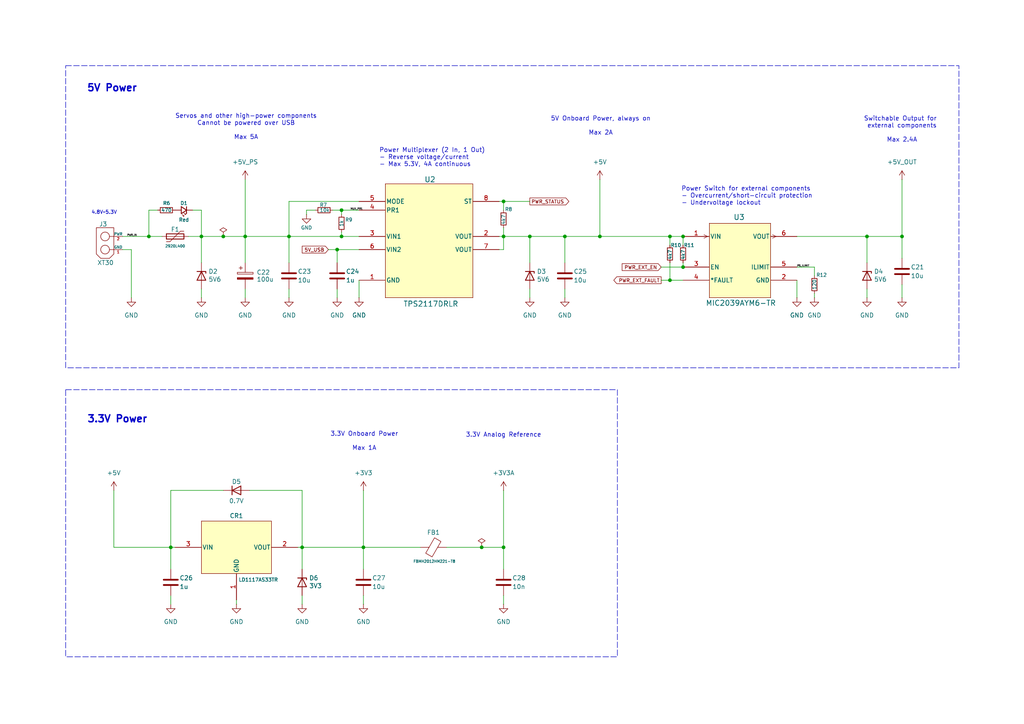
<source format=kicad_sch>
(kicad_sch (version 20250114) (generator "eeschema") (generator_version "9.0")
  (paper "A4")
  (title_block (title "LARS Hardware Interface") (date "2025-03-04") (rev "v1.0") (company "CAuDri e.V.") (comment 1 "Source: https://ohwr.org/cern_ohl_w_v2.txt") (comment 2 "A copy of the license is included in the LICENSE file.") (comment 3 "Redistribution and modifications must comply with CERN-OHL-W v2.") (comment 4 "This design is licensed under CERN Open Hardware Licence Version 2."))
  (lib_symbols
    (symbol "Device:FerriteBead" (pin_numbers (hide yes)) (pin_names (offset 0))
      (property "Reference" "FB" (at -3.81 0.635 90))
      (property "Value" "FerriteBead" (at 3.81 0 90))
      (symbol "FerriteBead_0_1"
        (polyline (pts (xy -2.7686 0.4064) (xy -1.7018 2.2606) (xy 2.7686 -0.3048) (xy 1.6764 -2.159) (xy -2.7686 0.4064)))
        (polyline (pts (xy 0 1.27) (xy 0 1.2954)))
        (polyline (pts (xy 0 -1.27) (xy 0 -1.2192)))
      )
      (symbol "FerriteBead_1_1"
        (pin passive line (at 0 3.81 270) (length 2.54) (name "~") (number "1"))
        (pin passive line (at 0 -3.81 90) (length 2.54) (name "~") (number "2"))
      )
    )
    (symbol "LARS_Hardware_Interface:C" (pin_numbers (hide yes)) (pin_names (offset 0.254))
      (property "Reference" "C" (at 0.635 2.54 0))
      (property "Value" "C" (at 0.635 -2.54 0))
      (symbol "C_0_1"
        (polyline (pts (xy -2.032 0.762) (xy 2.032 0.762)) (stroke (width 0.508)))
        (polyline (pts (xy -2.032 -0.762) (xy 2.032 -0.762)) (stroke (width 0.508)))
      )
      (symbol "C_1_1"
        (pin passive line (at 0 3.81 270) (length 2.794) (name "~") (number "1"))
        (pin passive line (at 0 -3.81 90) (length 2.794) (name "~") (number "2"))
      )
    )
    (symbol "LARS_Hardware_Interface:C_Polarized" (pin_numbers (hide yes)) (pin_names (offset 0.254))
      (property "Reference" "C" (at 0.635 2.54 0))
      (property "Value" "C_Polarized" (at 0.635 -2.54 0))
      (symbol "C_Polarized_0_1"
        (rectangle (start -2.286 0.508) (end 2.286 1.016))
        (polyline (pts (xy -1.778 2.286) (xy -0.762 2.286)))
        (polyline (pts (xy -1.27 2.794) (xy -1.27 1.778)))
        (rectangle (start 2.286 -0.508) (end -2.286 -1.016) (fill (type outline)))
      )
      (symbol "C_Polarized_1_1"
        (pin passive line (at 0 3.81 270) (length 2.794) (name "~") (number "1"))
        (pin passive line (at 0 -3.81 90) (length 2.794) (name "~") (number "2"))
      )
    )
    (symbol "LARS_Hardware_Interface:Connector XT30" (pin_names (offset 0))
      (property "Reference" "J" (at 0 7.874 0))
      (property "Value" "XT30" (at 0.254 -4.064 0))
      (symbol "Connector XT30_0_1"
        (polyline (pts (xy -2.54 -1.27) (xy -1.27 -2.54) (xy 1.27 -2.54) (xy 2.54 -1.27) (xy 2.54 6.35) (xy -2.54 6.35) (xy -2.54 -1.27)))
        (circle (center 0 3.81) (radius 1.27))
        (circle (center 0 0) (radius 1.27))
        (polyline (pts (xy 2.54 3.81) (xy 1.27 3.81)))
        (polyline (pts (xy 2.54 0) (xy 1.27 0)))
      )
      (symbol "Connector XT30_1_1"
        (pin power_out line (at 5.08 3.81 180) (length 2.54) (name "PWR") (number "2"))
        (pin power_out line (at 5.08 0 180) (length 2.54) (name "GND") (number "1"))
      )
    )
    (symbol "LARS_Hardware_Interface:D" (pin_numbers (hide yes)) (pin_names (offset 1.016) (hide yes))
      (property "Reference" "D" (at 0 2.54 0))
      (property "Value" "D" (at 0 -2.54 0))
      (symbol "D_0_1"
        (polyline (pts (xy -1.27 1.27) (xy -1.27 -1.27)) (stroke (width 0.254)))
        (polyline (pts (xy 1.27 1.27) (xy 1.27 -1.27) (xy -1.27 0) (xy 1.27 1.27)) (stroke (width 0.254)))
        (polyline (pts (xy 1.27 0) (xy -1.27 0)))
      )
      (symbol "D_1_1"
        (pin passive line (at -3.81 0 0) (length 2.54) (name "K") (number "1"))
        (pin passive line (at 3.81 0 180) (length 2.54) (name "A") (number "2"))
      )
    )
    (symbol "LARS_Hardware_Interface:D_Zener" (pin_numbers (hide yes)) (pin_names (offset 1.016) (hide yes))
      (property "Reference" "D" (at 0 2.54 0))
      (property "Value" "D_Zener" (at 0 -2.54 0))
      (symbol "D_Zener_0_1"
        (polyline (pts (xy -1.27 -1.27) (xy -1.27 1.27) (xy -0.762 1.27)) (stroke (width 0.254)))
        (polyline (pts (xy 1.27 0) (xy -1.27 0)))
        (polyline (pts (xy 1.27 -1.27) (xy 1.27 1.27) (xy -1.27 0) (xy 1.27 -1.27)) (stroke (width 0.254)))
      )
      (symbol "D_Zener_1_1"
        (pin passive line (at -3.81 0 0) (length 2.54) (name "K") (number "1"))
        (pin passive line (at 3.81 0 180) (length 2.54) (name "A") (number "2"))
      )
    )
    (symbol "LARS_Hardware_Interface:LD1117AS33TR" (pin_names (offset 0.254))
      (property "Reference" "CR" (at 0 11.684 0))
      (property "Value" "LD1117AS33TR" (at 0 9.144 0))
      (symbol "LD1117AS33TR_0_1"
        (pin power_in line (at -17.78 0 0) (length 7.62) (name "VIN") (number "3"))
      )
      (symbol "LD1117AS33TR_1_1"
        (rectangle (start -10.16 7.62) (end 10.16 -7.62) (fill (type background)))
        (pin power_in line (at 0 -15.24 90) (length 7.62) (name "GND") (number "1"))
        (pin power_out line (at 17.78 0 180) (length 7.62) (name "VOUT") (number "2"))
      )
    )
    (symbol "LARS_Hardware_Interface:LED_Small" (pin_numbers (hide yes)) (pin_names (offset 0.254) (hide yes))
      (property "Reference" "D" (at -1.27 3.175 0))
      (property "Value" "LED_Small" (at -4.445 -2.54 0))
      (symbol "LED_Small_0_1"
        (polyline (pts (xy -0.762 -1.016) (xy -0.762 1.016)) (stroke (width 0.254)))
        (polyline (pts (xy 0 0.762) (xy -0.508 1.27) (xy -0.254 1.27) (xy -0.508 1.27) (xy -0.508 1.016)))
        (polyline (pts (xy 0.508 1.27) (xy 0 1.778) (xy 0.254 1.778) (xy 0 1.778) (xy 0 1.524)))
        (polyline (pts (xy 0.762 -1.016) (xy -0.762 0) (xy 0.762 1.016) (xy 0.762 -1.016)) (stroke (width 0.254)))
      )
      (symbol "LED_Small_1_1"
        (pin passive line (at -2.54 0 0) (length 1.778) (name "K") (number "1"))
        (pin passive line (at 2.54 0 180) (length 1.778) (name "A") (number "2"))
      )
    )
    (symbol "LARS_Hardware_Interface:MIC2039AYM6-TR" (pin_names (offset 0.254))
      (property "Reference" "U" (at 0 11.43 0))
      (property "Value" "MIC2039AYM6-TR" (at 0.254 -13.208 0))
      (symbol "MIC2039AYM6-TR_0_1"
        (polyline (pts (xy -9.4107 6.35) (xy -10.4521 6.8707)) (stroke (width 0.127)))
        (polyline (pts (xy -9.4107 6.35) (xy -10.4521 5.8293)) (stroke (width 0.127)))
        (polyline (pts (xy 9.4107 6.8707) (xy 10.4521 6.35)) (stroke (width 0.127)))
        (polyline (pts (xy 9.4107 5.8293) (xy 10.4521 6.35)) (stroke (width 0.127)))
        (pin input line (at -16.51 -2.54 0) (length 7.62) (name "EN") (number "3"))
        (pin output line (at -16.51 -6.35 0) (length 7.62) (name "*FAULT") (number "4"))
        (pin power_in line (at 16.51 -6.35 180) (length 7.62) (name "GND") (number "2"))
      )
      (symbol "MIC2039AYM6-TR_1_1"
        (rectangle (start -8.89 10.16) (end 8.89 -11.43) (fill (type background)))
        (pin power_in line (at -16.51 6.35 0) (length 7.62) (name "VIN") (number "1"))
        (pin power_out line (at 16.51 6.35 180) (length 7.62) (name "VOUT") (number "6"))
        (pin passive line (at 16.51 -2.54 180) (length 7.62) (name "ILIMIT") (number "5"))
      )
    )
    (symbol "LARS_Hardware_Interface:PTPS2117DRLR" (pin_names (offset 0.254))
      (property "Reference" "U" (at 20.32 10.16 0))
      (property "Value" "PTPS2117DRLR" (at 20.32 7.62 0))
      (symbol "PTPS2117DRLR_0_1"
        (pin input line (at 0 0 0) (length 7.62) (name "MODE") (number "5"))
        (pin input line (at 0 -2.54 0) (length 7.62) (name "PR1") (number "4"))
        (pin output line (at 40.64 0 180) (length 7.62) (name "ST") (number "8"))
      )
      (symbol "PTPS2117DRLR_1_1"
        (rectangle (start 7.62 5.08) (end 33.02 -27.94) (fill (type background)))
        (pin power_in line (at 0 -10.16 0) (length 7.62) (name "VIN1") (number "3"))
        (pin power_in line (at 0 -13.97 0) (length 7.62) (name "VIN2") (number "6"))
        (pin power_in line (at 0 -22.86 0) (length 7.62) (name "GND") (number "1"))
        (pin power_out line (at 40.64 -10.16 180) (length 7.62) (name "VOUT") (number "2"))
        (pin passive line (at 40.64 -13.97 180) (length 7.62) (name "VOUT") (number "7"))
      )
    )
    (symbol "LARS_Hardware_Interface:Polyfuse" (pin_numbers (hide yes)) (pin_names (offset 0))
      (property "Reference" "F" (at -2.54 0 90))
      (property "Value" "Polyfuse" (at 2.54 0 90))
      (symbol "Polyfuse_0_1"
        (polyline (pts (xy -1.524 2.54) (xy -1.524 1.524) (xy 1.524 -1.524) (xy 1.524 -2.54)))
        (rectangle (start -0.762 2.54) (end 0.762 -2.54) (stroke (width 0.254)))
        (polyline (pts (xy 0 2.54) (xy 0 -2.54)))
      )
      (symbol "Polyfuse_1_1"
        (pin passive line (at 0 3.81 270) (length 1.27) (name "~") (number "1"))
        (pin passive line (at 0 -3.81 90) (length 1.27) (name "~") (number "2"))
      )
    )
    (symbol "LARS_Hardware_Interface:R_Small" (pin_numbers (hide yes)) (pin_names (offset 0.254) (hide yes))
      (property "Reference" "R" (at 0.762 0.508 0))
      (property "Value" "R_Small" (at 0.762 -1.016 0))
      (symbol "R_Small_0_1"
        (rectangle (start -0.762 1.778) (end 0.762 -1.778) (stroke (width 0.2032)))
      )
      (symbol "R_Small_1_1"
        (pin passive line (at 0 2.54 270) (length 0.762) (name "~") (number "1"))
        (pin passive line (at 0 -2.54 90) (length 0.762) (name "~") (number "2"))
      )
    )
    (symbol "power:+3.3VA" (power) (pin_numbers (hide yes)) (pin_names (offset 0) (hide yes))
      (property "Value" "+3.3VA" (at 0 3.556 0))
      (symbol "+3.3VA_0_1"
        (polyline (pts (xy -0.762 1.27) (xy 0 2.54)))
        (polyline (pts (xy 0 2.54) (xy 0.762 1.27)))
        (polyline (pts (xy 0 0) (xy 0 2.54)))
      )
      (symbol "+3.3VA_1_1"
        (pin power_in line (at 0 0 90) (length 0) (name "~") (number "1"))
      )
    )
    (symbol "power:+5V" (power) (pin_numbers (hide yes)) (pin_names (offset 0) (hide yes))
      (property "Value" "+5V" (at 0 3.556 0))
      (symbol "+5V_0_1"
        (polyline (pts (xy -0.762 1.27) (xy 0 2.54)))
        (polyline (pts (xy 0 2.54) (xy 0.762 1.27)))
        (polyline (pts (xy 0 0) (xy 0 2.54)))
      )
      (symbol "+5V_1_1"
        (pin power_in line (at 0 0 90) (length 0) (name "~") (number "1"))
      )
    )
    (symbol "power:GND" (power) (pin_numbers (hide yes)) (pin_names (offset 0) (hide yes))
      (property "Value" "GND" (at 0 -3.81 0))
      (symbol "GND_0_1"
        (polyline (pts (xy 0 0) (xy 0 -1.27) (xy 1.27 -1.27) (xy 0 -2.54) (xy -1.27 -1.27) (xy 0 -1.27)))
      )
      (symbol "GND_1_1"
        (pin power_in line (at 0 0 270) (length 0) (name "~") (number "1"))
      )
    )
    (symbol "power:PWR_FLAG" (power) (pin_numbers (hide yes)) (pin_names (offset 0) (hide yes))
      (property "Value" "PWR_FLAG" (at 0 3.81 0))
      (symbol "PWR_FLAG_0_0"
        (pin power_out line (at 0 0 90) (length 0) (name "~") (number "1"))
      )
      (symbol "PWR_FLAG_0_1"
        (polyline (pts (xy 0 0) (xy 0 1.27) (xy -1.016 1.905) (xy 0 2.54) (xy 1.016 1.905) (xy 0 1.27)))
      )
    )
    (symbol "power:VD" (power) (pin_numbers (hide yes)) (pin_names (offset 0) (hide yes))
      (property "Value" "VD" (at 0 3.556 0))
      (symbol "VD_0_1"
        (polyline (pts (xy -0.762 1.27) (xy 0 2.54)))
        (polyline (pts (xy 0 2.54) (xy 0.762 1.27)))
        (polyline (pts (xy 0 0) (xy 0 2.54)))
      )
      (symbol "VD_1_1"
        (pin power_in line (at 0 0 90) (length 0) (name "~") (number "1"))
      )
    )
  )
  (rectangle (start 19.05 19.05) (end 278.13 106.68) (stroke (width 0) (type dash)))
  (rectangle (start 19.05 113.03) (end 179.07 190.5) (stroke (width 0) (type dash)))
  (text "5V Power\n" (at 32.512 25.654 0) (effects (font (size 2.032 2.032) (thickness 0.4064) (bold yes))))
  (text "5V Onboard Power, always on\n\nMax 2A" (at 174.244 36.576 0) (effects (font (size 1.27 1.27))))
  (text "Power Multiplexer (2 In, 1 Out)\n- Reverse voltage/current\n- Max 5.3V, 4A continuous" (at 109.982 45.72 0) (effects (font (size 1.27 1.27)) (justify left)))
  (text "4.8V~5.3V" (at 30.226 61.722 0) (effects (font (size 1.016 1.016))))
  (text "3.3V Power\n" (at 34.036 121.666 0) (effects (font (size 2.032 2.032) (thickness 0.4064) (bold yes))))
  (text "3.3V Onboard Power\n\nMax 1A" (at 105.664 128.016 0) (effects (font (size 1.27 1.27))))
  (text "Switchable Output for \nexternal components\n\nMax 2.4A" (at 261.62 37.592 0) (effects (font (size 1.27 1.27))))
  (text "Power Switch for external components\n- Overcurrent/short-circuit protection\n- Undervoltage lockout\n" (at 197.612 56.896 0) (effects (font (size 1.27 1.27)) (justify left)))
  (text "Servos and other high-power components\nCannot be powered over USB\n\nMax 5A" (at 71.374 36.83 0) (effects (font (size 1.27 1.27))))
  (text "3.3V Analog Reference" (at 146.05 126.238 0) (effects (font (size 1.27 1.27))))
  (junction (at 198.12 68.58))
  (junction (at 87.63 158.75))
  (junction (at 146.05 58.42))
  (junction (at 194.31 68.58))
  (junction (at 139.7 158.75))
  (junction (at 261.62 68.58))
  (junction (at 198.12 77.47))
  (junction (at 71.12 68.58))
  (junction (at 83.82 68.58))
  (junction (at 97.79 72.39))
  (junction (at 58.42 68.58))
  (junction (at 146.05 158.75))
  (junction (at 64.77 68.58))
  (junction (at 251.46 68.58))
  (junction (at 194.31 81.28))
  (junction (at 153.67 68.58))
  (junction (at 99.06 60.96))
  (junction (at 49.53 158.75))
  (junction (at 43.18 68.58))
  (junction (at 105.41 158.75))
  (junction (at 99.06 68.58))
  (junction (at 163.83 68.58))
  (junction (at 173.99 68.58))
  (junction (at 146.05 68.58))
  (wire (pts (xy 236.22 86.36) (xy 236.22 85.09)))
  (wire (pts (xy 71.12 68.58) (xy 71.12 76.2)))
  (wire (pts (xy 261.62 68.58) (xy 261.62 74.93)))
  (wire (pts (xy 104.14 81.28) (xy 104.14 86.36)))
  (wire (pts (xy 251.46 68.58) (xy 261.62 68.58)))
  (wire (pts (xy 99.06 67.31) (xy 99.06 68.58)))
  (wire (pts (xy 49.53 158.75) (xy 50.8 158.75)))
  (wire (pts (xy 71.12 52.07) (xy 71.12 68.58)))
  (wire (pts (xy 97.79 83.82) (xy 97.79 86.36)))
  (wire (pts (xy 97.79 72.39) (xy 104.14 72.39)))
  (wire (pts (xy 38.1 86.36) (xy 38.1 72.39)))
  (wire (pts (xy 43.18 60.96) (xy 45.72 60.96)))
  (wire (pts (xy 72.39 142.24) (xy 87.63 142.24)))
  (wire (pts (xy 35.56 72.39) (xy 38.1 72.39)))
  (wire (pts (xy 49.53 142.24) (xy 64.77 142.24)))
  (wire (pts (xy 87.63 158.75) (xy 105.41 158.75)))
  (wire (pts (xy 105.41 165.1) (xy 105.41 158.75)))
  (wire (pts (xy 198.12 77.47) (xy 198.12 76.2)))
  (wire (pts (xy 153.67 68.58) (xy 163.83 68.58)))
  (wire (pts (xy 191.77 77.47) (xy 198.12 77.47)))
  (wire (pts (xy 99.06 62.23) (xy 99.06 60.96)))
  (wire (pts (xy 105.41 142.24) (xy 105.41 158.75)))
  (wire (pts (xy 83.82 58.42) (xy 104.14 58.42)))
  (wire (pts (xy 97.79 72.39) (xy 97.79 76.2)))
  (wire (pts (xy 55.88 60.96) (xy 58.42 60.96)))
  (wire (pts (xy 191.77 81.28) (xy 194.31 81.28)))
  (wire (pts (xy 139.7 158.75) (xy 146.05 158.75)))
  (wire (pts (xy 173.99 68.58) (xy 194.31 68.58)))
  (wire (pts (xy 153.67 83.82) (xy 153.67 86.36)))
  (wire (pts (xy 35.56 68.58) (xy 43.18 68.58)))
  (wire (pts (xy 146.05 68.58) (xy 153.67 68.58)))
  (wire (pts (xy 88.9 60.96) (xy 91.44 60.96)))
  (wire (pts (xy 64.77 68.58) (xy 71.12 68.58)))
  (wire (pts (xy 71.12 83.82) (xy 71.12 86.36)))
  (wire (pts (xy 43.18 68.58) (xy 46.99 68.58)))
  (wire (pts (xy 99.06 60.96) (xy 104.14 60.96)))
  (wire (pts (xy 83.82 83.82) (xy 83.82 86.36)))
  (wire (pts (xy 146.05 158.75) (xy 146.05 165.1)))
  (wire (pts (xy 163.83 83.82) (xy 163.83 86.36)))
  (wire (pts (xy 105.41 158.75) (xy 121.92 158.75)))
  (wire (pts (xy 58.42 83.82) (xy 58.42 86.36)))
  (wire (pts (xy 231.14 81.28) (xy 231.14 86.36)))
  (wire (pts (xy 146.05 58.42) (xy 153.67 58.42)))
  (wire (pts (xy 194.31 68.58) (xy 194.31 71.12)))
  (wire (pts (xy 83.82 68.58) (xy 99.06 68.58)))
  (wire (pts (xy 163.83 68.58) (xy 163.83 76.2)))
  (wire (pts (xy 49.53 142.24) (xy 49.53 158.75)))
  (wire (pts (xy 146.05 172.72) (xy 146.05 175.26)))
  (wire (pts (xy 146.05 68.58) (xy 146.05 72.39)))
  (wire (pts (xy 236.22 77.47) (xy 231.14 77.47)))
  (wire (pts (xy 58.42 60.96) (xy 58.42 68.58)))
  (wire (pts (xy 88.9 60.96) (xy 88.9 62.23)))
  (wire (pts (xy 83.82 68.58) (xy 83.82 76.2)))
  (wire (pts (xy 251.46 68.58) (xy 251.46 76.2)))
  (wire (pts (xy 236.22 77.47) (xy 236.22 80.01)))
  (wire (pts (xy 105.41 172.72) (xy 105.41 175.26)))
  (wire (pts (xy 153.67 68.58) (xy 153.67 76.2)))
  (wire (pts (xy 144.78 58.42) (xy 146.05 58.42)))
  (wire (pts (xy 68.58 175.26) (xy 68.58 173.99)))
  (wire (pts (xy 231.14 68.58) (xy 251.46 68.58)))
  (wire (pts (xy 261.62 52.07) (xy 261.62 68.58)))
  (wire (pts (xy 99.06 68.58) (xy 104.14 68.58)))
  (wire (pts (xy 163.83 68.58) (xy 173.99 68.58)))
  (wire (pts (xy 194.31 81.28) (xy 198.12 81.28)))
  (wire (pts (xy 95.25 72.39) (xy 97.79 72.39)))
  (wire (pts (xy 87.63 172.72) (xy 87.63 175.26)))
  (wire (pts (xy 33.02 158.75) (xy 49.53 158.75)))
  (wire (pts (xy 33.02 158.75) (xy 33.02 142.24)))
  (wire (pts (xy 146.05 58.42) (xy 146.05 60.96)))
  (wire (pts (xy 58.42 68.58) (xy 64.77 68.58)))
  (wire (pts (xy 194.31 76.2) (xy 194.31 81.28)))
  (wire (pts (xy 261.62 82.55) (xy 261.62 86.36)))
  (wire (pts (xy 87.63 142.24) (xy 87.63 158.75)))
  (wire (pts (xy 49.53 158.75) (xy 49.53 165.1)))
  (wire (pts (xy 146.05 68.58) (xy 146.05 66.04)))
  (wire (pts (xy 71.12 68.58) (xy 83.82 68.58)))
  (wire (pts (xy 146.05 142.24) (xy 146.05 158.75)))
  (wire (pts (xy 144.78 68.58) (xy 146.05 68.58)))
  (wire (pts (xy 129.54 158.75) (xy 139.7 158.75)))
  (wire (pts (xy 54.61 68.58) (xy 58.42 68.58)))
  (wire (pts (xy 58.42 68.58) (xy 58.42 76.2)))
  (wire (pts (xy 173.99 52.07) (xy 173.99 68.58)))
  (wire (pts (xy 198.12 68.58) (xy 198.12 71.12)))
  (wire (pts (xy 43.18 60.96) (xy 43.18 68.58)))
  (wire (pts (xy 144.78 72.39) (xy 146.05 72.39)))
  (wire (pts (xy 83.82 58.42) (xy 83.82 68.58)))
  (wire (pts (xy 251.46 83.82) (xy 251.46 86.36)))
  (wire (pts (xy 198.12 68.58) (xy 194.31 68.58)))
  (wire (pts (xy 49.53 172.72) (xy 49.53 175.26)))
  (wire (pts (xy 87.63 158.75) (xy 87.63 165.1)))
  (wire (pts (xy 96.52 60.96) (xy 99.06 60.96)))
  (wire (pts (xy 87.63 158.75) (xy 86.36 158.75)))
  (label "MUX_PR1" (at 101.6 60.96 0) (effects (font (size 0.508 0.508))))
  (label "PWR_IN" (at 36.83 68.58 0) (effects (font (size 0.508 0.508))))
  (label "PS_ILIMIT" (at 231.14 77.47 0) (effects (font (size 0.508 0.508))))
  (global_label "PWR_STATUS" (shape output) (at 153.67 58.42 0) (effects (font (size 1.016 1.016))) (property "Intersheetrefs" "${INTERSHEET_REFS}" (effects (hide yes))))
  (global_label "PWR_EXT_EN" (shape input) (at 191.77 77.47 180) (effects (font (size 1.016 1.016))) (property "Intersheetrefs" "${INTERSHEET_REFS}" (effects (hide yes))))
  (global_label "5V_USB" (shape input) (at 95.25 72.39 180) (effects (font (size 1.016 1.016))) (property "Intersheetrefs" "${INTERSHEET_REFS}" (effects (hide yes))))
  (global_label "PWR_EXT_FAULT" (shape output) (at 191.77 81.28 180) (effects (font (size 1.016 1.016))) (property "Intersheetrefs" "${INTERSHEET_REFS}" (effects (hide yes))))
  (symbol (lib_id "power:GND") (at 251.46 86.36 0) (unit 1)
    (property "Reference" "#PWR037" (effects (hide yes)))
    (property "Value" "GND" (at 251.46 91.44 0))
    (property "Description" "Power symbol creates a global label with name \"GND\" , ground" (effects (hide yes)))
  )
  (symbol (lib_id "power:GND") (at 146.05 175.26 0) (unit 1)
    (property "Reference" "#PWR046" (effects (hide yes)))
    (property "Value" "GND" (at 146.05 180.34 0))
    (property "Description" "Power symbol creates a global label with name \"GND\" , ground" (effects (hide yes)))
  )
  (symbol (lib_id "LARS_Hardware_Interface:D_Zener") (at 251.46 80.01 270) (unit 1)
    (property "Reference" "D4" (at 253.492 78.74 90) (effects (justify left)))
    (property "Value" "5V6" (at 253.492 81.026 90) (effects (justify left)))
    (property "Footprint" "LARS_Hardware_Interface:Z1SMA5.6" (effects (hide yes)))
    (property "Description" "Zener diode" (effects (hide yes)))
  )
  (symbol (lib_id "power:GND") (at 87.63 175.26 0) (unit 1)
    (property "Reference" "#PWR044" (effects (hide yes)))
    (property "Value" "GND" (at 87.63 180.34 0))
    (property "Description" "Power symbol creates a global label with name \"GND\" , ground" (effects (hide yes)))
  )
  (symbol (lib_id "Device:FerriteBead") (at 125.73 158.75 90) (unit 1)
    (property "Reference" "FB1" (at 125.73 154.432 90))
    (property "Value" "FBMH2012HM221-T8" (at 125.984 162.814 90) (effects (font (size 0.762 0.762))))
    (property "Footprint" "LARS_Hardware_Interface:L_0805_2012Metric" (effects (hide yes)))
    (property "Description" "Ferrite bead" (effects (hide yes)))
  )
  (symbol (lib_id "LARS_Hardware_Interface:D_Zener") (at 153.67 80.01 270) (unit 1)
    (property "Reference" "D3" (at 155.702 78.74 90) (effects (justify left)))
    (property "Value" "5V6" (at 155.702 81.026 90) (effects (justify left)))
    (property "Footprint" "LARS_Hardware_Interface:Z1SMA5.6" (effects (hide yes)))
    (property "Description" "Zener diode" (effects (hide yes)))
  )
  (symbol (lib_id "power:GND") (at 83.82 86.36 0) (unit 1)
    (property "Reference" "#PWR030" (effects (hide yes)))
    (property "Value" "GND" (at 83.82 91.44 0))
    (property "Description" "Power symbol creates a global label with name \"GND\" , ground" (effects (hide yes)))
  )
  (symbol (lib_id "LARS_Hardware_Interface:R_Small") (at 48.26 60.96 270) (unit 1)
    (property "Reference" "R6" (at 47.244 58.928 90) (effects (font (size 1.016 1.016)) (justify left)))
    (property "Value" "470" (at 46.736 60.96 90) (effects (font (size 1.016 1.016)) (justify left)))
    (property "Footprint" "LARS_Hardware_Interface:R_0805_2012Metric" (effects (hide yes)))
    (property "Description" "Resistor, small symbol" (effects (hide yes)))
  )
  (symbol (lib_id "LARS_Hardware_Interface:C_Polarized") (at 71.12 80.01 0) (unit 1)
    (property "Reference" "C22" (at 74.422 78.994 0) (effects (justify left)))
    (property "Value" "100u" (at 74.422 81.026 0) (effects (justify left)))
    (property "Footprint" "LARS_Hardware_Interface:860020372006" (effects (hide yes)))
    (property "Description" "Polarized capacitor" (effects (hide yes)))
  )
  (symbol (lib_id "power:GND") (at 38.1 86.36 0) (unit 1)
    (property "Reference" "#PWR027" (effects (hide yes)))
    (property "Value" "GND" (at 38.1 91.44 0))
    (property "Description" "Power symbol creates a global label with name \"GND\" , ground" (effects (hide yes)))
  )
  (symbol (lib_id "power:GND") (at 97.79 86.36 0) (unit 1)
    (property "Reference" "#PWR031" (effects (hide yes)))
    (property "Value" "GND" (at 97.79 91.44 0))
    (property "Description" "Power symbol creates a global label with name \"GND\" , ground" (effects (hide yes)))
  )
  (symbol (lib_id "LARS_Hardware_Interface:R_Small") (at 93.98 60.96 270) (unit 1)
    (property "Reference" "R7" (at 92.71 59.436 90) (effects (font (size 1.016 1.016)) (justify left)))
    (property "Value" "10k" (at 92.71 60.96 90) (effects (font (size 1.016 1.016)) (justify left)))
    (property "Footprint" "LARS_Hardware_Interface:R_0805_2012Metric" (effects (hide yes)))
    (property "Description" "Resistor, small symbol" (effects (hide yes)))
  )
  (symbol (lib_id "power:GND") (at 231.14 86.36 0) (unit 1)
    (property "Reference" "#PWR035" (effects (hide yes)))
    (property "Value" "GND" (at 231.14 91.44 0))
    (property "Description" "Power symbol creates a global label with name \"GND\" , ground" (effects (hide yes)))
  )
  (symbol (lib_id "power:GND") (at 49.53 175.26 0) (unit 1)
    (property "Reference" "#PWR042" (effects (hide yes)))
    (property "Value" "GND" (at 49.53 180.34 0))
    (property "Description" "Power symbol creates a global label with name \"GND\" , ground" (effects (hide yes)))
  )
  (symbol (lib_id "power:GND") (at 88.9 62.23 0) (unit 1)
    (property "Reference" "#PWR026" (effects (hide yes)))
    (property "Value" "GND" (at 88.9 66.04 0) (effects (font (size 1.016 1.016))))
    (property "Description" "Power symbol creates a global label with name \"GND\" , ground" (effects (hide yes)))
  )
  (symbol (lib_id "power:+3.3VA") (at 146.05 142.24 0) (unit 1)
    (property "Reference" "#PWR041" (effects (hide yes)))
    (property "Value" "+3V3A" (at 146.05 137.16 0))
    (property "Description" "Power symbol creates a global label with name \"+3.3VA\"" (effects (hide yes)))
  )
  (symbol (lib_id "LARS_Hardware_Interface:C") (at 49.53 168.91 0) (unit 1)
    (property "Reference" "C26" (at 52.07 167.64 0) (effects (justify left)))
    (property "Value" "1u" (at 52.07 170.18 0) (effects (justify left)))
    (property "Footprint" "LARS_Hardware_Interface:C_0805_2012Metric" (effects (hide yes)))
    (property "Description" "Unpolarized capacitor" (effects (hide yes)))
  )
  (symbol (lib_id "LARS_Hardware_Interface:C") (at 163.83 80.01 0) (unit 1)
    (property "Reference" "C25" (at 166.37 78.74 0) (effects (justify left)))
    (property "Value" "10u" (at 166.37 81.28 0) (effects (justify left)))
    (property "Footprint" "LARS_Hardware_Interface:C_0805_2012Metric" (effects (hide yes)))
    (property "Description" "Unpolarized capacitor" (effects (hide yes)))
  )
  (symbol (lib_id "LARS_Hardware_Interface:Connector XT30") (at 30.48 72.39 0) (unit 1)
    (property "Reference" "J3" (at 28.702 65.024 0) (effects (justify left)))
    (property "Value" "XT30" (at 28.194 76.2 0) (effects (justify left)))
    (property "Footprint" "LARS_Hardware_Interface:XT30UPB-M" (effects (hide yes)))
    (property "Description" "AMASS XT30 Male Header, vertical" (effects (hide yes)))
  )
  (symbol (lib_id "LARS_Hardware_Interface:MIC2039AYM6-TR") (at 214.63 74.93 0) (unit 1)
    (property "Reference" "U3" (at 214.376 62.992 0) (effects (font (size 1.524 1.524))))
    (property "Value" "MIC2039AYM6-TR" (at 214.884 87.884 0) (effects (font (size 1.524 1.524))))
    (property "Footprint" "LARS_Hardware_Interface:MIC2039AYM6-TR" (effects (hide yes)))
    (property "Datasheet" "MIC2039AYM6-TR" (effects (hide yes)))
    (property "Description" "5.5V High-Side Power Switch, Adjustable Current-Limit" (effects (hide yes)))
  )
  (symbol (lib_id "power:PWR_FLAG") (at 64.77 68.58 0) (unit 1)
    (property "Reference" "#FLG01" (effects (hide yes)))
    (property "Value" "PWR_FLAG" (effects (hide yes)))
    (property "Description" "Special symbol for telling ERC where power comes from" (effects (hide yes)))
  )
  (symbol (lib_id "LARS_Hardware_Interface:R_Small") (at 146.05 63.5 180) (unit 1)
    (property "Reference" "R8" (at 148.59 60.706 0) (effects (font (size 1.016 1.016)) (justify left)))
    (property "Value" "4k7" (at 146.05 62.23 90) (effects (font (size 1.016 1.016)) (justify left)))
    (property "Footprint" "LARS_Hardware_Interface:R_0805_2012Metric" (effects (hide yes)))
    (property "Description" "Resistor, small symbol" (effects (hide yes)))
  )
  (symbol (lib_id "power:GND") (at 163.83 86.36 0) (unit 1)
    (property "Reference" "#PWR034" (effects (hide yes)))
    (property "Value" "GND" (at 163.83 91.44 0))
    (property "Description" "Power symbol creates a global label with name \"GND\" , ground" (effects (hide yes)))
  )
  (symbol (lib_id "LARS_Hardware_Interface:D_Zener") (at 58.42 80.01 270) (unit 1)
    (property "Reference" "D2" (at 60.452 78.74 90) (effects (justify left)))
    (property "Value" "5V6" (at 60.452 81.026 90) (effects (justify left)))
    (property "Footprint" "LARS_Hardware_Interface:Z1SMA5.6" (effects (hide yes)))
    (property "Description" "Zener diode" (effects (hide yes)))
  )
  (symbol (lib_id "LARS_Hardware_Interface:LED_Small") (at 53.34 60.96 180) (unit 1)
    (property "Reference" "D1" (at 53.34 58.928 0) (effects (font (size 1.016 1.016))))
    (property "Value" "Red" (at 53.34 63.754 0) (effects (font (size 1.016 1.016))))
    (property "Footprint" "LARS_Hardware_Interface:LED_0603_1608Metric_Red" (effects (hide yes)))
    (property "Description" "Light emitting diode, small symbol" (effects (hide yes)))
  )
  (symbol (lib_id "power:GND") (at 104.14 86.36 0) (unit 1)
    (property "Reference" "#PWR032" (effects (hide yes)))
    (property "Value" "GND" (at 104.14 91.44 0))
    (property "Description" "Power symbol creates a global label with name \"GND\" , ground" (effects (hide yes)))
  )
  (symbol (lib_id "LARS_Hardware_Interface:R_Small") (at 198.12 73.66 180) (unit 1)
    (property "Reference" "R11" (at 201.422 71.12 0) (effects (font (size 1.016 1.016)) (justify left)))
    (property "Value" "4k7" (at 198.12 72.39 90) (effects (font (size 1.016 1.016)) (justify left)))
    (property "Footprint" "LARS_Hardware_Interface:R_0805_2012Metric" (effects (hide yes)))
    (property "Description" "Resistor, small symbol" (effects (hide yes)))
  )
  (symbol (lib_id "power:GND") (at 105.41 175.26 0) (unit 1)
    (property "Reference" "#PWR045" (effects (hide yes)))
    (property "Value" "GND" (at 105.41 180.34 0))
    (property "Description" "Power symbol creates a global label with name \"GND\" , ground" (effects (hide yes)))
  )
  (symbol (lib_id "power:GND") (at 153.67 86.36 0) (unit 1)
    (property "Reference" "#PWR033" (effects (hide yes)))
    (property "Value" "GND" (at 153.67 91.44 0))
    (property "Description" "Power symbol creates a global label with name \"GND\" , ground" (effects (hide yes)))
  )
  (symbol (lib_id "power:GND") (at 71.12 86.36 0) (unit 1)
    (property "Reference" "#PWR029" (effects (hide yes)))
    (property "Value" "GND" (at 71.12 91.44 0))
    (property "Description" "Power symbol creates a global label with name \"GND\" , ground" (effects (hide yes)))
  )
  (symbol (lib_id "LARS_Hardware_Interface:PTPS2117DRLR") (at 104.14 58.42 0) (unit 1)
    (property "Reference" "U2" (at 124.714 52.07 0) (effects (font (size 1.524 1.524))))
    (property "Value" "TPS2117DRLR" (at 124.968 88.138 0) (effects (font (size 1.524 1.524))))
    (property "Footprint" "LARS_Hardware_Interface:PTPS2117DRLR" (effects (hide yes)))
    (property "Datasheet" "PTPS2117DRLR" (effects (hide yes)))
    (property "Description" "TPS2117 Power Multiplexer, 5.5V, 4A" (effects (hide yes)))
  )
  (symbol (lib_id "power:+5V") (at 33.02 142.24 0) (unit 1)
    (property "Reference" "#PWR039" (effects (hide yes)))
    (property "Value" "+5V" (at 33.02 137.16 0))
    (property "Description" "Power symbol creates a global label with name \"+5V\"" (effects (hide yes)))
  )
  (symbol (lib_id "LARS_Hardware_Interface:D") (at 68.58 142.24 0) (unit 1)
    (property "Reference" "D5" (at 68.58 139.7 0))
    (property "Value" "0.7V" (at 68.58 145.288 0))
    (property "Footprint" "LARS_Hardware_Interface:D_0805_2012Metric" (effects (hide yes)))
    (property "Description" "Diode" (effects (hide yes)))
    (property "Sim.Device" "D" (effects (hide yes)))
    (property "Sim.Pins" "1=K 2=A" (effects (hide yes)))
  )
  (symbol (lib_id "power:PWR_FLAG") (at 139.7 158.75 0) (unit 1)
    (property "Reference" "#FLG02" (effects (hide yes)))
    (property "Value" "PWR_FLAG" (effects (hide yes)))
    (property "Description" "Special symbol for telling ERC where power comes from" (effects (hide yes)))
  )
  (symbol (lib_id "LARS_Hardware_Interface:C") (at 83.82 80.01 0) (unit 1)
    (property "Reference" "C23" (at 86.36 78.74 0) (effects (justify left)))
    (property "Value" "10u" (at 86.36 81.28 0) (effects (justify left)))
    (property "Footprint" "LARS_Hardware_Interface:C_0805_2012Metric" (effects (hide yes)))
    (property "Description" "Unpolarized capacitor" (effects (hide yes)))
  )
  (symbol (lib_id "LARS_Hardware_Interface:C") (at 146.05 168.91 0) (unit 1)
    (property "Reference" "C28" (at 148.59 167.64 0) (effects (justify left)))
    (property "Value" "10n" (at 148.59 170.18 0) (effects (justify left)))
    (property "Footprint" "LARS_Hardware_Interface:C_0805_2012Metric" (effects (hide yes)))
    (property "Description" "Unpolarized capacitor" (effects (hide yes)))
  )
  (symbol (lib_id "power:+5V") (at 105.41 142.24 0) (unit 1)
    (property "Reference" "#PWR040" (effects (hide yes)))
    (property "Value" "+3V3" (at 105.41 137.16 0))
    (property "Description" "Power symbol creates a global label with name \"+5V\"" (effects (hide yes)))
  )
  (symbol (lib_id "LARS_Hardware_Interface:C") (at 105.41 168.91 0) (unit 1)
    (property "Reference" "C27" (at 107.95 167.64 0) (effects (justify left)))
    (property "Value" "10u" (at 107.95 170.18 0) (effects (justify left)))
    (property "Footprint" "LARS_Hardware_Interface:C_0805_2012Metric" (effects (hide yes)))
    (property "Description" "Unpolarized capacitor" (effects (hide yes)))
  )
  (symbol (lib_id "LARS_Hardware_Interface:C") (at 261.62 78.74 0) (unit 1)
    (property "Reference" "C21" (at 264.16 77.47 0) (effects (justify left)))
    (property "Value" "10u" (at 264.16 80.01 0) (effects (justify left)))
    (property "Footprint" "LARS_Hardware_Interface:C_0805_2012Metric" (effects (hide yes)))
    (property "Description" "Unpolarized capacitor" (effects (hide yes)))
  )
  (symbol (lib_id "power:GND") (at 68.58 175.26 0) (unit 1)
    (property "Reference" "#PWR043" (effects (hide yes)))
    (property "Value" "GND" (at 68.58 180.34 0))
    (property "Description" "Power symbol creates a global label with name \"GND\" , ground" (effects (hide yes)))
  )
  (symbol (lib_id "power:+5V") (at 261.62 52.07 0) (unit 1)
    (property "Reference" "#PWR025" (effects (hide yes)))
    (property "Value" "+5V_OUT" (at 261.62 46.99 0))
    (property "Description" "Power symbol creates a global label with name \"+5V\"" (effects (hide yes)))
  )
  (symbol (lib_id "LARS_Hardware_Interface:C") (at 97.79 80.01 0) (unit 1)
    (property "Reference" "C24" (at 100.33 78.74 0) (effects (justify left)))
    (property "Value" "1u" (at 100.33 81.28 0) (effects (justify left)))
    (property "Footprint" "LARS_Hardware_Interface:C_0805_2012Metric" (effects (hide yes)))
    (property "Description" "Unpolarized capacitor" (effects (hide yes)))
  )
  (symbol (lib_id "power:+5V") (at 173.99 52.07 0) (unit 1)
    (property "Reference" "#PWR024" (effects (hide yes)))
    (property "Value" "+5V" (at 173.99 46.99 0))
    (property "Description" "Power symbol creates a global label with name \"+5V\"" (effects (hide yes)))
  )
  (symbol (lib_id "LARS_Hardware_Interface:R_Small") (at 236.22 82.55 0) (unit 1)
    (property "Reference" "R12" (at 236.728 79.756 0) (effects (font (size 1.016 1.016)) (justify left)))
    (property "Value" "120" (at 236.22 84.074 90) (effects (font (size 1.016 1.016)) (justify left)))
    (property "Footprint" "LARS_Hardware_Interface:R_0805_2012Metric" (effects (hide yes)))
    (property "Description" "Resistor, small symbol" (effects (hide yes)))
  )
  (symbol (lib_id "power:GND") (at 261.62 86.36 0) (unit 1)
    (property "Reference" "#PWR038" (effects (hide yes)))
    (property "Value" "GND" (at 261.62 91.44 0))
    (property "Description" "Power symbol creates a global label with name \"GND\" , ground" (effects (hide yes)))
  )
  (symbol (lib_id "LARS_Hardware_Interface:R_Small") (at 194.31 73.66 180) (unit 1)
    (property "Reference" "R10" (at 197.612 71.12 0) (effects (font (size 1.016 1.016)) (justify left)))
    (property "Value" "4k7" (at 194.31 72.39 90) (effects (font (size 1.016 1.016)) (justify left)))
    (property "Footprint" "LARS_Hardware_Interface:R_0805_2012Metric" (effects (hide yes)))
    (property "Description" "Resistor, small symbol" (effects (hide yes)))
  )
  (symbol (lib_id "power:VD") (at 71.12 52.07 0) (unit 1)
    (property "Reference" "#PWR023" (effects (hide yes)))
    (property "Value" "+5V_PS" (at 71.12 46.99 0))
    (property "Description" "Power symbol creates a global label with name \"VD\"" (effects (hide yes)))
  )
  (symbol (lib_id "power:GND") (at 236.22 86.36 0) (unit 1)
    (property "Reference" "#PWR036" (effects (hide yes)))
    (property "Value" "GND" (at 236.22 91.44 0))
    (property "Description" "Power symbol creates a global label with name \"GND\" , ground" (effects (hide yes)))
  )
  (symbol (lib_id "LARS_Hardware_Interface:LD1117AS33TR") (at 68.58 158.75 0) (unit 1)
    (property "Reference" "CR1" (at 68.58 149.606 0))
    (property "Value" "LD1117AS33TR" (at 74.93 168.148 0) (effects (font (size 1.016 1.016))))
    (property "Footprint" "LARS_Hardware_Interface:LD1117AS33TR" (effects (hide yes)))
    (property "Datasheet" "LD1117AS33TR" (effects (hide yes)))
    (property "Description" "Low-Drop Voltage Regulator 3.3V, 1A" (effects (hide yes)))
  )
  (symbol (lib_id "LARS_Hardware_Interface:R_Small") (at 99.06 64.77 0) (unit 1)
    (property "Reference" "R9" (at 100.076 63.754 0) (effects (font (size 1.016 1.016)) (justify left)))
    (property "Value" "1k" (at 99.06 65.786 90) (effects (font (size 1.016 1.016)) (justify left)))
    (property "Footprint" "LARS_Hardware_Interface:R_0805_2012Metric" (effects (hide yes)))
    (property "Description" "Resistor, small symbol" (effects (hide yes)))
  )
  (symbol (lib_id "LARS_Hardware_Interface:D_Zener") (at 87.63 168.91 270) (unit 1)
    (property "Reference" "D6" (at 89.662 167.64 90) (effects (justify left)))
    (property "Value" "3V3" (at 89.662 169.926 90) (effects (justify left)))
    (property "Footprint" "LARS_Hardware_Interface:BZT52C3V3" (effects (hide yes)))
    (property "Description" "Zener diode" (effects (hide yes)))
  )
  (symbol (lib_id "power:GND") (at 58.42 86.36 0) (unit 1)
    (property "Reference" "#PWR028" (effects (hide yes)))
    (property "Value" "GND" (at 58.42 91.44 0))
    (property "Description" "Power symbol creates a global label with name \"GND\" , ground" (effects (hide yes)))
  )
  (symbol (lib_id "LARS_Hardware_Interface:Polyfuse") (at 50.8 68.58 90) (unit 1)
    (property "Reference" "F1" (at 50.8 66.548 90))
    (property "Value" "2920L400" (at 50.8 71.374 90) (effects (font (size 0.762 0.762))))
    (property "Footprint" "LARS_Hardware_Interface:2920L400_15MR" (effects (hide yes)))
    (property "Description" "2920L400/15MR Resettable Fuse, 4A Hold-, 8A Trip Current" (effects (hide yes)))
  )
)
</source>
